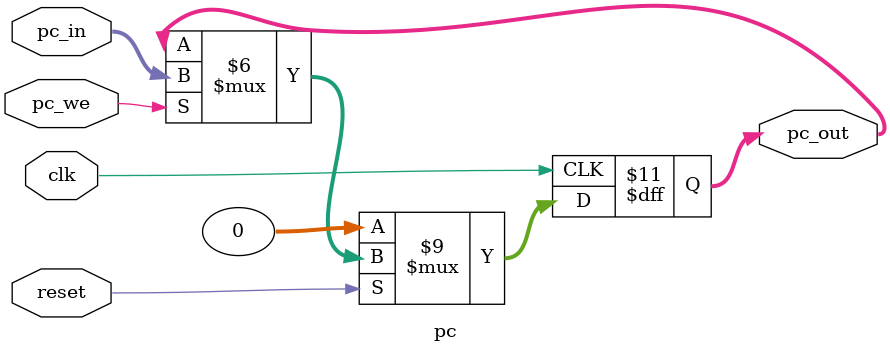
<source format=v>
`timescale 1ns / 1ps
module pc(clk, pc_in, pc_we, reset, pc_out);

  input wire clk, pc_we, reset;
  input wire [31:0] pc_in;
  output reg [31:0] pc_out;
  
  
  
  always @(posedge clk) begin
    if (~reset) begin
      pc_out <= 32'b0;
    end else if (pc_we) begin
      pc_out <= pc_in;
    end else if (!pc_we) begin
      pc_out <= pc_out;
    end
  end
endmodule

</source>
